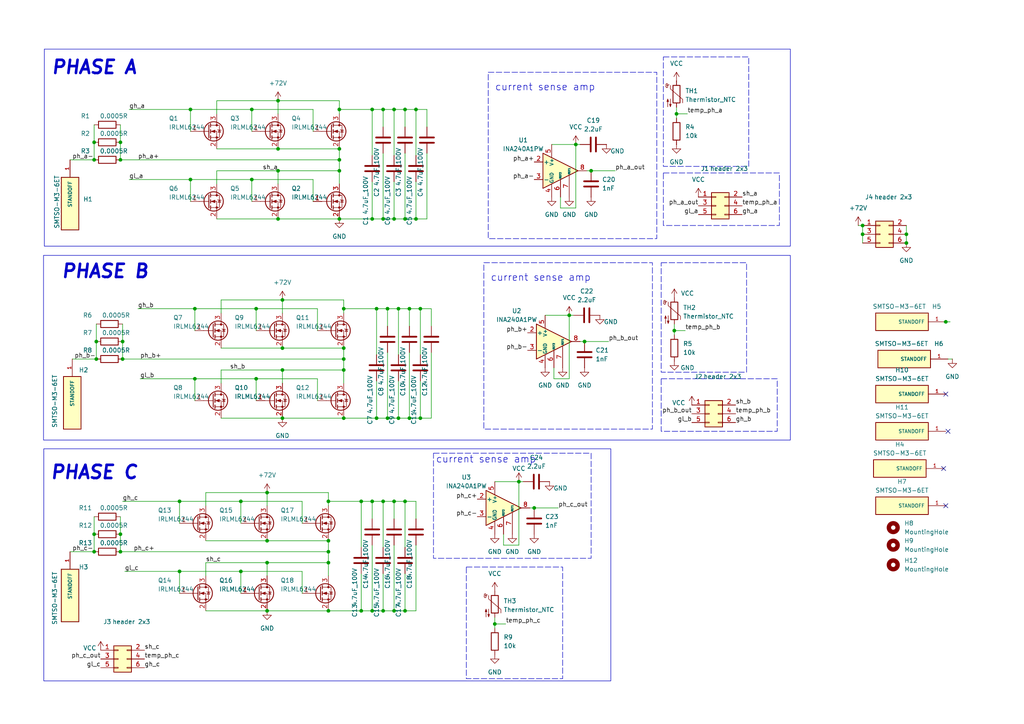
<source format=kicad_sch>
(kicad_sch (version 20231120) (generator "eeschema") (generator_version "8.0")
  (paper "A4")
  (lib_symbols
    (symbol "Amplifier_Current:INA240A1PW" (pin_names (offset 0.127))
      (property "Reference" "U" (at 3.81 3.81 0))
      (property "Value" "INA240A1PW" (at 3.81 -2.54 0))
      (symbol "INA240A1PW_1_1"
        (pin passive line (at -2.54 -7.62 90) (length 3.81) hide (name "GND") (number "1"))
        (pin input line (at -7.62 2.54 0) (length 2.54) (name "+") (number "2"))
        (pin input line (at -7.62 -2.54 0) (length 2.54) (name "-") (number "3"))
        (pin power_in line (at -2.54 -7.62 90) (length 3.81) (name "GND") (number "4"))
        (pin power_in line (at -2.54 7.62 270) (length 3.81) (name "V+") (number "5"))
        (pin passive line (at 0 -7.62 90) (length 5.08) (name "REF2") (number "6"))
        (pin passive line (at 2.54 -7.62 90) (length 6.35) (name "REF1") (number "7"))
        (pin output line (at 7.62 0 180) (length 2.54) (name "~") (number "8"))
      )
    )
    (symbol "Connector_Generic:Conn_02x03_Odd_Even" (pin_names (offset 1.016) hide)
      (property "Reference" "J" (at 1.27 5.08 0))
      (property "Value" "Conn_02x03_Odd_Even" (at 1.27 -5.08 0))
      (symbol "Conn_02x03_Odd_Even_1_1"
        (pin passive line (at -5.08 2.54 0) (length 3.81) (name "Pin_1") (number "1"))
        (pin passive line (at 7.62 2.54 180) (length 3.81) (name "Pin_2") (number "2"))
        (pin passive line (at -5.08 0 0) (length 3.81) (name "Pin_3") (number "3"))
        (pin passive line (at 7.62 0 180) (length 3.81) (name "Pin_4") (number "4"))
        (pin passive line (at -5.08 -2.54 0) (length 3.81) (name "Pin_5") (number "5"))
        (pin passive line (at 7.62 -2.54 180) (length 3.81) (name "Pin_6") (number "6"))
      )
    )
    (symbol "Device:C" (pin_numbers hide) (pin_names (offset 0.254))
      (property "Reference" "C" (at 0.635 2.54 0))
      (property "Value" "C" (at 0.635 -2.54 0))
      (symbol "C_1_1"
        (pin passive line (at 0 3.81 270) (length 2.794) (name "~") (number "1"))
        (pin passive line (at 0 -3.81 90) (length 2.794) (name "~") (number "2"))
      )
    )
    (symbol "Device:R" (pin_numbers hide) (pin_names (offset 0))
      (property "Reference" "R" (at 2.032 0 90))
      (property "Value" "R" (at 0 0 90))
      (symbol "R_1_1"
        (pin passive line (at 0 3.81 270) (length 1.27) (name "~") (number "1"))
        (pin passive line (at 0 -3.81 90) (length 1.27) (name "~") (number "2"))
      )
    )
    (symbol "Device:Thermistor_NTC" (pin_numbers hide) (pin_names (offset 0))
      (property "Reference" "TH" (at -4.445 0 90))
      (property "Value" "Thermistor_NTC" (at 3.175 0 90))
      (symbol "Thermistor_NTC_1_1"
        (pin passive line (at 0 3.81 270) (length 1.27) (name "~") (number "1"))
        (pin passive line (at 0 -3.81 90) (length 1.27) (name "~") (number "2"))
      )
    )
    (symbol "Mechanical:MountingHole" (pin_names (offset 1.016)) (exclude_from_sim yes) (in_bom no)
      (property "Reference" "H" (at 0 5.08 0))
      (property "Value" "MountingHole" (at 0 3.175 0))
    )
    (symbol "SMTSO-M3-6ET:SMTSO-M3-6ET" (pin_names (offset 1.016))
      (property "Reference" "H" (at -7.62 3.175 0))
      (property "Value" "SMTSO-M3-6ET" (at -7.62 -5.08 0))
      (symbol "SMTSO-M3-6ET_0_0"
        (pin passive line (at -12.7 0 0) (length 5.08) (name "STANDOFF") (number "1"))
      )
    )
    (symbol "Transistor_FET:IRLML6244" (pin_names hide)
      (property "Reference" "Q" (at 5.08 1.905 0))
      (property "Value" "IRLML6244" (at 5.08 0 0))
      (symbol "IRLML6244_1_1"
        (pin input line (at -5.08 0 0) (length 2.54) (name "G") (number "1"))
        (pin passive line (at 2.54 -5.08 90) (length 2.54) (name "S") (number "2"))
        (pin passive line (at 2.54 5.08 270) (length 2.54) (name "D") (number "3"))
      )
    )
    (symbol "power:GND" (power) (pin_numbers hide) (pin_names (offset 0) hide)
      (property "Value" "GND" (at 0 -3.81 0))
      (symbol "GND_1_1"
        (pin power_in line (at 0 0 270) (length 0) (name "~") (number "1"))
      )
    )
    (symbol "power:VCC" (power) (pin_numbers hide) (pin_names (offset 0) hide)
      (property "Value" "VCC" (at 0 3.556 0))
      (symbol "VCC_1_1"
        (pin power_in line (at 0 0 90) (length 0) (name "~") (number "1"))
      )
    )
  )
  (junction (at 27.305 46.355))
  (junction (at 34.925 154.94))
  (junction (at 111.125 31.75))
  (junction (at 27.305 154.94))
  (junction (at 118.745 121.285))
  (junction (at 80.645 63.5))
  (junction (at 114.3 145.415))
  (junction (at 104.775 145.415))
  (junction (at 98.425 63.5))
  (junction (at 99.695 100.965))
  (junction (at 120.65 31.75))
  (junction (at 150.495 139.7))
  (junction (at 81.915 121.285))
  (junction (at 262.89 67.945))
  (junction (at 117.475 63.5))
  (junction (at 95.25 163.195))
  (junction (at 77.47 156.845))
  (junction (at 69.85 145.415))
  (junction (at 111.125 145.415))
  (junction (at 114.3 63.5))
  (junction (at 27.94 104.14))
  (junction (at 196.215 33.02))
  (junction (at 114.3 177.165))
  (junction (at 115.57 89.535))
  (junction (at 73.025 52.07))
  (junction (at 262.89 70.485))
  (junction (at 107.95 145.415))
  (junction (at 274.32 93.345))
  (junction (at 99.695 89.535))
  (junction (at 120.65 63.5))
  (junction (at 99.695 104.14))
  (junction (at 55.245 52.07))
  (junction (at 143.51 180.975))
  (junction (at 250.19 65.405))
  (junction (at 98.425 43.18))
  (junction (at 52.07 145.415))
  (junction (at 250.19 67.945))
  (junction (at 99.695 107.315))
  (junction (at 34.925 46.355))
  (junction (at 74.295 109.855))
  (junction (at 98.425 31.75))
  (junction (at 81.915 100.965))
  (junction (at 98.425 49.53))
  (junction (at 169.545 99.06))
  (junction (at 27.94 99.06))
  (junction (at 111.125 177.165))
  (junction (at 99.695 121.285))
  (junction (at 35.56 104.14))
  (junction (at 117.475 31.75))
  (junction (at 107.95 177.165))
  (junction (at 167.005 41.91))
  (junction (at 95.25 156.845))
  (junction (at 165.1 91.44))
  (junction (at 77.47 142.875))
  (junction (at 34.925 41.275))
  (junction (at 35.56 99.06))
  (junction (at 95.25 160.02))
  (junction (at 117.475 145.415))
  (junction (at 107.95 31.75))
  (junction (at 121.92 121.285))
  (junction (at 98.425 46.355))
  (junction (at 121.92 89.535))
  (junction (at 74.295 89.535))
  (junction (at 195.58 95.885))
  (junction (at 114.3 31.75))
  (junction (at 27.305 160.02))
  (junction (at 154.94 147.32))
  (junction (at 117.475 177.165))
  (junction (at 55.245 31.75))
  (junction (at 56.515 89.535))
  (junction (at 118.745 89.535))
  (junction (at 109.22 121.285))
  (junction (at 107.95 63.5))
  (junction (at 77.47 163.195))
  (junction (at 34.925 160.02))
  (junction (at 81.915 107.315))
  (junction (at 112.395 121.285))
  (junction (at 69.85 165.735))
  (junction (at 109.22 89.535))
  (junction (at 112.395 89.535))
  (junction (at 80.645 43.18))
  (junction (at 27.305 41.275))
  (junction (at 111.125 63.5))
  (junction (at 95.25 177.165))
  (junction (at 80.645 29.21))
  (junction (at 95.25 145.415))
  (junction (at 77.47 177.165))
  (junction (at 81.915 86.995))
  (junction (at 73.025 31.75))
  (junction (at 115.57 121.285))
  (junction (at 52.07 165.735))
  (junction (at 56.515 109.855))
  (junction (at 80.645 49.53))
  (junction (at 104.775 177.165))
  (junction (at 171.45 49.53))
  (no_connect (at 274.32 146.685))
  (no_connect (at 274.32 114.3))
  (no_connect (at 274.955 125.095))
  (no_connect (at 273.685 135.89))
  (wire (pts (xy 27.305 149.86) (xy 27.305 154.94)))
  (wire (pts (xy 80.645 43.18) (xy 98.425 43.18)))
  (wire (pts (xy 274.32 93.345) (xy 275.59 93.345)))
  (wire (pts (xy 99.695 107.315) (xy 99.695 111.125)))
  (wire (pts (xy 98.425 29.21) (xy 98.425 31.75)))
  (wire (pts (xy 118.745 102.235) (xy 118.745 121.285)))
  (wire (pts (xy 81.915 86.995) (xy 81.915 90.805)))
  (wire (pts (xy 120.65 145.415) (xy 117.475 145.415)))
  (wire (pts (xy 59.69 156.845) (xy 77.47 156.845)))
  (wire (pts (xy 56.515 109.855) (xy 74.295 109.855)))
  (wire (pts (xy 20.32 46.355) (xy 27.305 46.355)))
  (wire (pts (xy 80.645 49.53) (xy 80.645 53.34)))
  (wire (pts (xy 199.39 33.02) (xy 196.215 33.02)))
  (wire (pts (xy 99.695 89.535) (xy 99.695 90.805)))
  (wire (pts (xy 34.925 149.86) (xy 34.925 154.94)))
  (wire (pts (xy 125.095 89.535) (xy 121.92 89.535)))
  (wire (pts (xy 35.56 104.14) (xy 99.695 104.14)))
  (wire (pts (xy 40.005 89.535) (xy 56.515 89.535)))
  (wire (pts (xy 115.57 121.285) (xy 118.745 121.285)))
  (wire (pts (xy 111.125 36.83) (xy 111.125 31.75)))
  (wire (pts (xy 120.65 31.75) (xy 117.475 31.75)))
  (wire (pts (xy 160.02 41.91) (xy 167.005 41.91)))
  (wire (pts (xy 95.25 156.845) (xy 95.25 160.02)))
  (wire (pts (xy 114.3 145.415) (xy 111.125 145.415)))
  (wire (pts (xy 34.925 36.195) (xy 34.925 41.275)))
  (wire (pts (xy 273.685 93.345) (xy 274.32 93.345)))
  (wire (pts (xy 62.865 43.18) (xy 80.645 43.18)))
  (wire (pts (xy 123.825 31.75) (xy 120.65 31.75)))
  (wire (pts (xy 77.47 177.165) (xy 95.25 177.165)))
  (wire (pts (xy 73.025 52.07) (xy 90.805 52.07)))
  (wire (pts (xy 166.37 91.44) (xy 165.1 91.44)))
  (wire (pts (xy 107.95 52.705) (xy 107.95 63.5)))
  (wire (pts (xy 150.495 139.7) (xy 150.495 158.115)))
  (wire (pts (xy 95.25 160.02) (xy 95.25 163.195)))
  (wire (pts (xy 74.295 89.535) (xy 92.075 89.535)))
  (wire (pts (xy 250.19 67.945) (xy 250.19 70.485)))
  (wire (pts (xy 120.65 158.115) (xy 120.65 177.165)))
  (wire (pts (xy 80.645 29.21) (xy 98.425 29.21)))
  (wire (pts (xy 143.51 180.975) (xy 143.51 179.07)))
  (wire (pts (xy 111.125 63.5) (xy 114.3 63.5)))
  (wire (pts (xy 165.1 91.44) (xy 165.1 109.855)))
  (wire (pts (xy 62.865 63.5) (xy 80.645 63.5)))
  (wire (pts (xy 151.765 139.7) (xy 150.495 139.7)))
  (wire (pts (xy 80.645 49.53) (xy 98.425 49.53)))
  (wire (pts (xy 64.135 107.315) (xy 81.915 107.315)))
  (wire (pts (xy 196.215 33.02) (xy 196.215 31.115)))
  (wire (pts (xy 262.89 65.405) (xy 262.89 67.945)))
  (wire (pts (xy 143.51 182.245) (xy 143.51 180.975)))
  (wire (pts (xy 81.915 86.995) (xy 99.695 86.995)))
  (wire (pts (xy 143.51 139.7) (xy 150.495 139.7)))
  (wire (pts (xy 95.25 142.875) (xy 95.25 145.415)))
  (wire (pts (xy 178.435 49.53) (xy 171.45 49.53)))
  (wire (pts (xy 114.3 177.165) (xy 117.475 177.165)))
  (wire (pts (xy 77.47 163.195) (xy 95.25 163.195)))
  (wire (pts (xy 195.58 95.885) (xy 195.58 93.98)))
  (wire (pts (xy 52.07 145.415) (xy 69.85 145.415)))
  (wire (pts (xy 104.775 166.37) (xy 104.775 177.165)))
  (wire (pts (xy 276.225 104.14) (xy 274.955 104.14)))
  (wire (pts (xy 111.125 166.37) (xy 111.125 177.165)))
  (wire (pts (xy 99.695 100.965) (xy 99.695 104.14)))
  (wire (pts (xy 117.475 31.75) (xy 117.475 36.83)))
  (wire (pts (xy 114.3 145.415) (xy 114.3 150.495)))
  (wire (pts (xy 92.075 89.535) (xy 92.075 95.885)))
  (wire (pts (xy 69.85 145.415) (xy 87.63 145.415)))
  (wire (pts (xy 59.69 163.195) (xy 59.69 167.005)))
  (wire (pts (xy 80.645 29.21) (xy 80.645 33.02)))
  (wire (pts (xy 77.47 142.875) (xy 77.47 146.685)))
  (wire (pts (xy 20.955 104.14) (xy 27.94 104.14)))
  (wire (pts (xy 121.92 102.87) (xy 121.92 89.535)))
  (wire (pts (xy 112.395 94.615) (xy 112.395 89.535)))
  (wire (pts (xy 34.925 46.355) (xy 98.425 46.355)))
  (wire (pts (xy 99.695 104.14) (xy 99.695 107.315)))
  (wire (pts (xy 27.305 36.195) (xy 27.305 41.275)))
  (wire (pts (xy 114.3 31.75) (xy 111.125 31.75)))
  (wire (pts (xy 52.07 165.735) (xy 69.85 165.735)))
  (wire (pts (xy 176.53 99.06) (xy 169.545 99.06)))
  (wire (pts (xy 95.25 177.165) (xy 104.775 177.165)))
  (wire (pts (xy 117.475 31.75) (xy 114.3 31.75)))
  (wire (pts (xy 56.515 109.855) (xy 56.515 116.205)))
  (wire (pts (xy 20.32 160.02) (xy 27.305 160.02)))
  (wire (pts (xy 162.56 60.325) (xy 162.56 57.15)))
  (wire (pts (xy 111.125 145.415) (xy 107.95 145.415)))
  (wire (pts (xy 34.925 154.94) (xy 34.925 160.02)))
  (wire (pts (xy 111.125 145.415) (xy 111.125 158.75)))
  (wire (pts (xy 146.685 180.975) (xy 143.51 180.975)))
  (wire (pts (xy 69.85 145.415) (xy 69.85 151.765)))
  (wire (pts (xy 98.425 43.18) (xy 98.425 46.355)))
  (wire (pts (xy 112.395 89.535) (xy 109.22 89.535)))
  (wire (pts (xy 114.3 63.5) (xy 117.475 63.5)))
  (wire (pts (xy 114.3 31.75) (xy 114.3 45.085)))
  (wire (pts (xy 99.695 89.535) (xy 109.22 89.535)))
  (wire (pts (xy 109.22 110.49) (xy 109.22 121.285)))
  (wire (pts (xy 104.775 177.165) (xy 107.95 177.165)))
  (wire (pts (xy 69.85 165.735) (xy 69.85 172.085)))
  (wire (pts (xy 55.245 52.07) (xy 55.245 58.42)))
  (wire (pts (xy 160.655 109.855) (xy 160.655 106.68)))
  (wire (pts (xy 248.92 65.405) (xy 250.19 65.405)))
  (wire (pts (xy 74.295 89.535) (xy 74.295 95.885)))
  (wire (pts (xy 74.295 109.855) (xy 92.075 109.855)))
  (wire (pts (xy 107.95 145.415) (xy 104.775 145.415)))
  (wire (pts (xy 64.135 121.285) (xy 81.915 121.285)))
  (wire (pts (xy 162.56 60.325) (xy 167.005 60.325)))
  (wire (pts (xy 95.25 145.415) (xy 104.775 145.415)))
  (wire (pts (xy 35.56 145.415) (xy 52.07 145.415)))
  (wire (pts (xy 146.05 158.115) (xy 146.05 154.94)))
  (wire (pts (xy 107.95 63.5) (xy 98.425 63.5)))
  (wire (pts (xy 55.245 52.07) (xy 73.025 52.07)))
  (wire (pts (xy 111.125 177.165) (xy 114.3 177.165)))
  (wire (pts (xy 98.425 46.355) (xy 98.425 49.53)))
  (wire (pts (xy 95.25 163.195) (xy 95.25 167.005)))
  (wire (pts (xy 125.095 121.285) (xy 121.92 121.285)))
  (wire (pts (xy 171.45 49.53) (xy 170.18 49.53)))
  (wire (pts (xy 99.695 121.285) (xy 109.22 121.285)))
  (wire (pts (xy 81.915 100.965) (xy 99.695 100.965)))
  (wire (pts (xy 77.47 156.845) (xy 95.25 156.845)))
  (wire (pts (xy 36.195 165.735) (xy 52.07 165.735)))
  (wire (pts (xy 98.425 49.53) (xy 98.425 53.34)))
  (wire (pts (xy 59.69 177.165) (xy 77.47 177.165)))
  (wire (pts (xy 35.56 93.98) (xy 35.56 99.06)))
  (wire (pts (xy 55.245 31.75) (xy 73.025 31.75)))
  (wire (pts (xy 112.395 102.235) (xy 112.395 121.285)))
  (wire (pts (xy 27.305 41.275) (xy 27.305 46.355)))
  (wire (pts (xy 81.915 107.315) (xy 99.695 107.315)))
  (wire (pts (xy 34.925 160.02) (xy 95.25 160.02)))
  (wire (pts (xy 123.825 63.5) (xy 120.65 63.5)))
  (wire (pts (xy 104.775 145.415) (xy 104.775 158.75)))
  (wire (pts (xy 81.915 121.285) (xy 99.695 121.285)))
  (wire (pts (xy 120.65 45.085) (xy 120.65 31.75)))
  (wire (pts (xy 59.69 142.875) (xy 77.47 142.875)))
  (wire (pts (xy 117.475 145.415) (xy 114.3 145.415)))
  (wire (pts (xy 55.245 31.75) (xy 55.245 38.1)))
  (wire (pts (xy 114.3 158.115) (xy 114.3 177.165)))
  (wire (pts (xy 195.58 97.155) (xy 195.58 95.885)))
  (wire (pts (xy 120.65 150.495) (xy 120.65 145.415)))
  (wire (pts (xy 35.56 99.06) (xy 35.56 104.14)))
  (wire (pts (xy 158.115 91.44) (xy 165.1 91.44)))
  (wire (pts (xy 95.25 145.415) (xy 95.25 146.685)))
  (wire (pts (xy 107.95 31.75) (xy 107.95 45.085)))
  (wire (pts (xy 117.475 63.5) (xy 120.65 63.5)))
  (wire (pts (xy 121.92 121.285) (xy 121.92 110.49)))
  (wire (pts (xy 80.645 63.5) (xy 98.425 63.5)))
  (wire (pts (xy 90.805 52.07) (xy 90.805 58.42)))
  (wire (pts (xy 64.135 100.965) (xy 81.915 100.965)))
  (wire (pts (xy 107.95 177.165) (xy 111.125 177.165)))
  (wire (pts (xy 27.94 93.98) (xy 27.94 99.06)))
  (wire (pts (xy 196.215 34.29) (xy 196.215 33.02)))
  (wire (pts (xy 168.275 41.91) (xy 167.005 41.91)))
  (wire (pts (xy 64.135 86.995) (xy 64.135 90.805)))
  (wire (pts (xy 74.295 109.855) (xy 74.295 116.205)))
  (wire (pts (xy 62.865 49.53) (xy 62.865 53.34)))
  (wire (pts (xy 146.05 158.115) (xy 150.495 158.115)))
  (wire (pts (xy 34.925 41.275) (xy 34.925 46.355)))
  (wire (pts (xy 161.925 147.32) (xy 154.94 147.32)))
  (wire (pts (xy 81.915 107.315) (xy 81.915 111.125)))
  (wire (pts (xy 27.94 99.06) (xy 27.94 104.14)))
  (wire (pts (xy 111.125 44.45) (xy 111.125 63.5)))
  (wire (pts (xy 52.07 165.735) (xy 52.07 172.085)))
  (wire (pts (xy 262.89 67.945) (xy 262.89 70.485)))
  (wire (pts (xy 114.3 52.705) (xy 114.3 63.5)))
  (wire (pts (xy 118.745 89.535) (xy 118.745 94.615)))
  (wire (pts (xy 198.755 95.885) (xy 195.58 95.885)))
  (wire (pts (xy 125.095 102.235) (xy 125.095 121.285)))
  (wire (pts (xy 169.545 99.06) (xy 168.275 99.06)))
  (wire (pts (xy 167.005 41.91) (xy 167.005 60.325)))
  (wire (pts (xy 27.305 154.94) (xy 27.305 160.02)))
  (wire (pts (xy 123.825 44.45) (xy 123.825 63.5)))
  (wire (pts (xy 107.95 158.115) (xy 107.95 177.165)))
  (wire (pts (xy 109.22 121.285) (xy 112.395 121.285)))
  (wire (pts (xy 117.475 177.165) (xy 117.475 166.37)))
  (wire (pts (xy 62.865 29.21) (xy 62.865 33.02)))
  (wire (pts (xy 112.395 121.285) (xy 115.57 121.285)))
  (wire (pts (xy 59.69 142.875) (xy 59.69 146.685)))
  (wire (pts (xy 64.135 86.995) (xy 81.915 86.995)))
  (wire (pts (xy 250.19 65.405) (xy 250.19 67.945)))
  (wire (pts (xy 90.805 31.75) (xy 90.805 38.1)))
  (wire (pts (xy 73.025 52.07) (xy 73.025 58.42)))
  (wire (pts (xy 62.865 29.21) (xy 80.645 29.21)))
  (wire (pts (xy 73.025 31.75) (xy 90.805 31.75)))
  (wire (pts (xy 77.47 142.875) (xy 95.25 142.875)))
  (wire (pts (xy 125.095 94.615) (xy 125.095 89.535)))
  (wire (pts (xy 120.65 63.5) (xy 120.65 52.705)))
  (wire (pts (xy 121.92 89.535) (xy 118.745 89.535)))
  (wire (pts (xy 56.515 89.535) (xy 56.515 95.885)))
  (wire (pts (xy 87.63 145.415) (xy 87.63 151.765)))
  (wire (pts (xy 37.465 52.07) (xy 55.245 52.07)))
  (wire (pts (xy 115.57 89.535) (xy 115.57 102.87)))
  (wire (pts (xy 115.57 110.49) (xy 115.57 121.285)))
  (wire (pts (xy 37.465 31.75) (xy 55.245 31.75)))
  (wire (pts (xy 123.825 36.83) (xy 123.825 31.75)))
  (wire (pts (xy 40.64 109.855) (xy 56.515 109.855)))
  (wire (pts (xy 77.47 163.195) (xy 77.47 167.005)))
  (wire (pts (xy 87.63 165.735) (xy 87.63 172.085)))
  (wire (pts (xy 99.695 86.995) (xy 99.695 89.535)))
  (wire (pts (xy 107.95 63.5) (xy 111.125 63.5)))
  (wire (pts (xy 120.65 177.165) (xy 117.475 177.165)))
  (wire (pts (xy 109.22 89.535) (xy 109.22 102.87)))
  (wire (pts (xy 118.745 121.285) (xy 121.92 121.285)))
  (wire (pts (xy 64.135 107.315) (xy 64.135 111.125)))
  (wire (pts (xy 118.745 89.535) (xy 115.57 89.535)))
  (wire (pts (xy 117.475 44.45) (xy 117.475 63.5)))
  (wire (pts (xy 160.655 109.855) (xy 165.1 109.855)))
  (wire (pts (xy 73.025 31.75) (xy 73.025 38.1)))
  (wire (pts (xy 56.515 89.535) (xy 74.295 89.535)))
  (wire (pts (xy 69.85 165.735) (xy 87.63 165.735)))
  (wire (pts (xy 98.425 31.75) (xy 98.425 33.02)))
  (wire (pts (xy 115.57 89.535) (xy 112.395 89.535)))
  (wire (pts (xy 111.125 31.75) (xy 107.95 31.75)))
  (wire (pts (xy 62.865 49.53) (xy 80.645 49.53)))
  (wire (pts (xy 52.07 145.415) (xy 52.07 151.765)))
  (wire (pts (xy 117.475 158.75) (xy 117.475 145.415)))
  (wire (pts (xy 154.94 147.32) (xy 153.67 147.32)))
  (wire (pts (xy 98.425 31.75) (xy 107.95 31.75)))
  (wire (pts (xy 92.075 109.855) (xy 92.075 116.205)))
  (wire (pts (xy 59.69 163.195) (xy 77.47 163.195)))
  (wire (pts (xy 107.95 150.495) (xy 107.95 145.415)))
  (rectangle (start -41.799 -166.2208) (end 222.361 -109.0708))
  (rectangle (start 192.405 16.51) (end 217.17 48.26) (stroke (width 0) (type dash)))
  (rectangle (start 140.335 76.2) (end 189.23 124.46) (stroke (width 0) (type dash)))
  (rectangle (start 141.605 20.955) (end 190.5 69.215) (stroke (width 0) (type dash)))
  (rectangle (start 135.255 164.465) (end 163.195 196.85) (stroke (width 0) (type dash)))
  (rectangle (start 192.405 50.165) (end 226.06 65.405) (stroke (width 0) (type dash)))
  (rectangle (start 12.6236 74.0796) (end 229.235 127.635))
  (rectangle (start 191.77 109.855) (end 225.425 125.095) (stroke (width 0) (type dash)))
  (rectangle (start 125.73 131.445) (end 171.45 161.925) (stroke (width 0) (type dash)))
  (rectangle (start 191.77 76.2) (end 216.535 107.95) (stroke (width 0) (type dash)))
  (rectangle (start 12.7 130.175) (end 177.165 197.485))
  (rectangle (start 12.8584 14.2454) (end 229.235 71.3954))
  (text "current sense amp" (at 140.97 133.35 0) (effects (font (size 2.032 2.032))))
  (text "PHASE A\n" (at 27.305 19.685 0) (effects (font (size 3.81 3.81) (thickness 0.762) (bold yes) (italic yes))))
  (text "PHASE B\n\n" (at 30.48 81.915 0) (effects (font (size 3.81 3.81) (thickness 0.762) (bold yes) (italic yes))))
  (text "PHASE C\n" (at 27.305 137.16 0) (effects (font (size 3.81 3.81) (thickness 0.762) (bold yes) (italic yes))))
  (text "current sense amp" (at 156.845 80.645 0) (effects (font (size 2.032 2.032))))
  (text "current sense amp" (at 158.115 25.4 0) (effects (font (size 2.032 2.032))))
  (label "temp_ph_a" (at 199.39 33.02 0))
  (label "ph_c_out" (at 161.925 147.32 0))
  (label "gl_c" (at 36.195 165.735 0))
  (label "sh_b" (at 66.675 107.315 0))
  (label "temp_ph_c" (at 41.91 191.135 0))
  (label "ph_a-" (at 20.955 46.355 0))
  (label "temp_ph_b" (at 213.36 120.015 0))
  (label "gh_c" (at 35.56 145.415 0))
  (label "gl_b" (at 40.64 109.855 0))
  (label "ph_c_out" (at 29.21 191.135 180))
  (label "sh_c" (at 41.91 188.595 0))
  (label "ph_c-" (at 138.43 149.86 180))
  (label "ph_a-" (at 154.94 52.07 180))
  (label "gl_a" (at 202.565 62.23 180))
  (label "temp_ph_b" (at 198.755 95.885 0))
  (label "gh_c" (at 41.91 193.675 0))
  (label "ph_a_out" (at 178.435 49.53 0))
  (label "ph_b_out" (at 200.66 120.015 180))
  (label "ph_a+" (at 40.005 46.355 0))
  (label "ph_b_out" (at 176.53 99.06 0))
  (label "ph_b+" (at 153.035 96.52 180))
  (label "ph_a_out" (at 202.565 59.69 180))
  (label "ph_c-" (at 20.955 160.02 0))
  (label "gh_b" (at 40.005 89.535 0))
  (label "gl_c" (at 29.21 193.675 180))
  (label "sh_a" (at 80.645 49.53 180))
  (label "sh_c" (at 59.69 163.195 0))
  (label "ph_b-" (at 153.035 101.6 180))
  (label "gh_b" (at 213.36 122.555 0))
  (label "gl_b" (at 200.66 122.555 180))
  (label "gl_a" (at 37.465 52.07 0))
  (label "sh_b" (at 213.36 117.475 0))
  (label "gh_a" (at 37.465 31.75 0))
  (label "temp_ph_c" (at 146.685 180.975 0))
  (label "ph_a+" (at 154.94 46.99 180))
  (label "ph_b+" (at 40.64 104.14 0))
  (label "ph_c+" (at 38.735 160.02 0))
  (label "ph_c+" (at 138.43 144.78 180))
  (label "temp_ph_a" (at 215.265 59.69 0))
  (label "ph_b-" (at 21.59 104.14 0))
  (label "sh_a" (at 215.265 57.15 0))
  (label "gh_a" (at 215.265 62.23 0))
  (symbol (lib_id "Device:C") (at 117.475 40.64 0) (unit 1)
    (property "Reference" "C3" (at 115.5699 57.15 90) (effects (justify left)))
    (property "Value" "4.7uF_100V" (at 115.57 53.975 90) (effects (justify left)))
    (property "Footprint" "Capacitor_SMD:C_1210_3225Metric_Pad1.33x2.70mm_HandSolder" (effects (hide yes)))
    (property "Description" "Unpolarized capacitor" (effects (hide yes)))
    (property "LCSC" "C697607" (effects (hide yes)))
  )
  (symbol (lib_id "power:GND") (at 158.115 106.68 0) (unit 1)
    (property "Reference" "#PWR014" (effects (hide yes)))
    (property "Value" "GND" (at 158.115 111.76 0))
    (property "Description" "Power symbol creates a global label with name \"GND\" , ground" (effects (hide yes)))
  )
  (symbol (lib_id "Transistor_FET:IRLML6244") (at 57.15 172.085 0) (unit 1)
    (property "Reference" "Q14" (at 45.794 168.339 0) (effects (justify left)))
    (property "Value" "IRLML6244" (at 45.794 170.879 0) (effects (justify left)))
    (property "Footprint" "Package_TO_SOT_SMD:Infineon_PG-HSOF-8-1" (effects (hide yes)))
    (property "Datasheet" "https://www.infineon.com/dgdl/Infineon-IRLML6244-DataSheet-v01_01-EN.pdf?fileId=5546d462533600a4015356686fed261f" (effects (hide yes)))
    (property "Description" "6.3A Id, 20V Vds, 21mOhm Rds, N-Channel StrongIRFET Power MOSFET, SOT-23" (effects (hide yes)))
    (property "LCSC" "C697607" (effects (hide yes)))
  )
  (symbol (lib_id "SMTSO-M3-6ET:SMTSO-M3-6ET") (at 262.255 104.14 180) (unit 1)
    (property "Reference" "H6" (at 273.685 99.695 0) (effects (justify left)))
    (property "Value" "SMTSO-M3-6ET" (at 269.24 99.695 0) (effects (justify left)))
    (property "Footprint" "SMTSO-M3-6ET:PEM_SMTSO-M3-6ET" (effects (hide yes)))
    (property "MF" "PEM" (effects (hide yes)))
    (property "MAXIMUM_PACKAGE_HEIGHT" "6.13 mm" (effects (hide yes)))
    (property "Package" "None" (effects (hide yes)))
    (property "Price" "None" (effects (hide yes)))
    (property "Check_prices" "https://www.snapeda.com/parts/SMTSO-M3-6ET/PEM/view-part/?ref=eda" (effects (hide yes)))
    (property "STANDARD" "Manufacturer Recommendations" (effects (hide yes)))
    (property "PARTREV" "11/27/23" (effects (hide yes)))
    (property "SnapEDA_Link" "https://www.snapeda.com/parts/SMTSO-M3-6ET/PEM/view-part/?ref=snap" (effects (hide yes)))
    (property "MP" "SMTSO-M3-6ET" (effects (hide yes)))
    (property "Description_1" "\n                        \n                            Standoffs & Spacers SURFACE MOUNT STANDOFF, M3\n                        \n" (effects (hide yes)))
    (property "Availability" "In Stock" (effects (hide yes)))
    (property "MANUFACTURER" "PEM" (effects (hide yes)))
    (property "LCSC" "C30182787 " (effects (hide yes)))
  )
  (symbol (lib_id "Device:R") (at 31.115 36.195 90) (unit 1)
    (property "Reference" "R1" (at 24.765 33.655 90))
    (property "Value" "0.0005R" (at 33.02 33.655 90))
    (property "Footprint" "Resistor_SMD:R_2512_6332Metric" (effects (hide yes)))
    (property "Description" "Resistor" (effects (hide yes)))
    (property "LCSC" "C5119469" (effects (hide yes)))
  )
  (symbol (lib_id "Transistor_FET:IRLML6244") (at 78.105 38.1 0) (unit 1)
    (property "Reference" "Q3" (at 66.749 34.354 0) (effects (justify left)))
    (property "Value" "IRLML6244" (at 66.749 36.894 0) (effects (justify left)))
    (property "Footprint" "Package_TO_SOT_SMD:Infineon_PG-HSOF-8-1" (effects (hide yes)))
    (property "Datasheet" "https://www.infineon.com/dgdl/Infineon-IRLML6244-DataSheet-v01_01-EN.pdf?fileId=5546d462533600a4015356686fed261f" (effects (hide yes)))
    (property "Description" "6.3A Id, 20V Vds, 21mOhm Rds, N-Channel StrongIRFET Power MOSFET, SOT-23" (effects (hide yes)))
    (property "LCSC" "C697607" (effects (hide yes)))
  )
  (symbol (lib_id "power:VCC") (at 248.92 65.405 0) (unit 1)
    (property "Reference" "#PWR07" (effects (hide yes)))
    (property "Value" "+72V" (at 248.92 60.325 0))
    (property "Description" "Power symbol creates a global label with name \"VCC\"" (effects (hide yes)))
  )
  (symbol (lib_id "Connector_Generic:Conn_02x03_Odd_Even") (at 255.27 67.945 0) (unit 1)
    (property "Reference" "J4" (at 252.095 57.15 0))
    (property "Value" "header 2x3" (at 259.08 57.15 0))
    (property "Footprint" "Connector_PinHeader_2.54mm:PinHeader_2x03_P2.54mm_Vertical_SMD" (effects (hide yes)))
    (property "Description" "Generic connector, double row, 02x03, odd/even pin numbering scheme (row 1 odd numbers, row 2 even numbers), script generated (kicad-library-utils/schlib/autogen/connector/)" (effects (hide yes)))
    (property "LCSC" "C192301 " (effects (hide yes)))
  )
  (symbol (lib_id "Device:C") (at 107.95 154.305 0) (unit 1)
    (property "Reference" "C14" (at 106.0449 170.815 90) (effects (justify left)))
    (property "Value" "4.7uF_100V" (at 106.045 167.64 90) (effects (justify left)))
    (property "Footprint" "Capacitor_SMD:C_1210_3225Metric_Pad1.33x2.70mm_HandSolder" (effects (hide yes)))
    (property "Description" "Unpolarized capacitor" (effects (hide yes)))
    (property "LCSC" "C697607" (effects (hide yes)))
  )
  (symbol (lib_id "Device:C") (at 109.22 106.68 0) (unit 1)
    (property "Reference" "C7" (at 107.3149 123.19 90) (effects (justify left)))
    (property "Value" "4.7uF_100V" (at 107.315 120.015 90) (effects (justify left)))
    (property "Footprint" "Capacitor_SMD:C_1210_3225Metric_Pad1.33x2.70mm_HandSolder" (effects (hide yes)))
    (property "Description" "Unpolarized capacitor" (effects (hide yes)))
    (property "LCSC" "C697607" (effects (hide yes)))
  )
  (symbol (lib_id "Device:C") (at 171.45 53.34 180) (unit 1)
    (property "Reference" "C20" (at 174.625 52.0699 0) (effects (justify right)))
    (property "Value" "1nF" (at 174.625 54.6099 0) (effects (justify right)))
    (property "Footprint" "Capacitor_SMD:C_0402_1005Metric" (effects (hide yes)))
    (property "Description" "Unpolarized capacitor" (effects (hide yes)))
    (property "LCSC" "C106205" (effects (hide yes)))
  )
  (symbol (lib_id "Device:R") (at 31.115 46.355 90) (unit 1)
    (property "Reference" "R3" (at 24.765 43.815 90))
    (property "Value" "0.0005R" (at 33.02 43.815 90))
    (property "Footprint" "Resistor_SMD:R_2512_6332Metric" (effects (hide yes)))
    (property "Description" "Resistor" (effects (hide yes)))
    (property "LCSC" "C5119469" (effects (hide yes)))
  )
  (symbol (lib_id "power:GND") (at 163.195 106.68 0) (unit 1)
    (property "Reference" "#PWR015" (effects (hide yes)))
    (property "Value" "GND" (at 163.195 111.76 0))
    (property "Description" "Power symbol creates a global label with name \"GND\" , ground" (effects (hide yes)))
  )
  (symbol (lib_id "Device:C") (at 111.125 162.56 0) (unit 1)
    (property "Reference" "C15" (at 109.2199 179.07 90) (effects (justify left)))
    (property "Value" "4.7uF_100V" (at 109.22 175.895 90) (effects (justify left)))
    (property "Footprint" "Capacitor_SMD:C_1210_3225Metric_Pad1.33x2.70mm_HandSolder" (effects (hide yes)))
    (property "Description" "Unpolarized capacitor" (effects (hide yes)))
    (property "LCSC" "C697607" (effects (hide yes)))
  )
  (symbol (lib_id "Transistor_FET:IRLML6244") (at 97.155 95.885 0) (unit 1)
    (property "Reference" "Q11" (at 85.799 92.139 0) (effects (justify left)))
    (property "Value" "IRLML6244" (at 85.799 94.679 0) (effects (justify left)))
    (property "Footprint" "Package_TO_SOT_SMD:Infineon_PG-HSOF-8-1" (effects (hide yes)))
    (property "Datasheet" "https://www.infineon.com/dgdl/Infineon-IRLML6244-DataSheet-v01_01-EN.pdf?fileId=5546d462533600a4015356686fed261f" (effects (hide yes)))
    (property "Description" "6.3A Id, 20V Vds, 21mOhm Rds, N-Channel StrongIRFET Power MOSFET, SOT-23" (effects (hide yes)))
    (property "LCSC" "C697607" (effects (hide yes)))
  )
  (symbol (lib_id "power:VCC") (at 167.005 41.91 0) (unit 1)
    (property "Reference" "#PWR013" (effects (hide yes)))
    (property "Value" "VCC" (at 167.005 36.83 0))
    (property "Description" "Power symbol creates a global label with name \"VCC\"" (effects (hide yes)))
  )
  (symbol (lib_id "power:VCC") (at 77.47 142.875 0) (unit 1)
    (property "Reference" "#PWR06" (effects (hide yes)))
    (property "Value" "+72V" (at 77.47 137.795 0))
    (property "Description" "Power symbol creates a global label with name \"VCC\"" (effects (hide yes)))
  )
  (symbol (lib_id "Device:R") (at 31.75 99.06 90) (unit 1)
    (property "Reference" "R7" (at 25.4 96.52 90))
    (property "Value" "0.0005R" (at 33.655 96.52 90))
    (property "Footprint" "Resistor_SMD:R_2512_6332Metric" (effects (hide yes)))
    (property "Description" "Resistor" (effects (hide yes)))
    (property "LCSC" "C5119469" (effects (hide yes)))
  )
  (symbol (lib_id "power:GND") (at 143.51 154.94 0) (unit 1)
    (property "Reference" "#PWR019" (effects (hide yes)))
    (property "Value" "GND" (at 143.51 160.02 0))
    (property "Description" "Power symbol creates a global label with name \"GND\" , ground" (effects (hide yes)))
  )
  (symbol (lib_id "Transistor_FET:IRLML6244") (at 61.595 95.885 0) (unit 1)
    (property "Reference" "Q7" (at 50.239 92.139 0) (effects (justify left)))
    (property "Value" "IRLML6244" (at 50.239 94.679 0) (effects (justify left)))
    (property "Footprint" "Package_TO_SOT_SMD:Infineon_PG-HSOF-8-1" (effects (hide yes)))
    (property "Datasheet" "https://www.infineon.com/dgdl/Infineon-IRLML6244-DataSheet-v01_01-EN.pdf?fileId=5546d462533600a4015356686fed261f" (effects (hide yes)))
    (property "Description" "6.3A Id, 20V Vds, 21mOhm Rds, N-Channel StrongIRFET Power MOSFET, SOT-23" (effects (hide yes)))
    (property "LCSC" "C697607" (effects (hide yes)))
  )
  (symbol (lib_id "Device:C") (at 118.745 98.425 0) (unit 1)
    (property "Reference" "C10" (at 116.8399 114.935 90) (effects (justify left)))
    (property "Value" "4.7uF_100V" (at 116.84 111.76 90) (effects (justify left)))
    (property "Footprint" "Capacitor_SMD:C_1210_3225Metric_Pad1.33x2.70mm_HandSolder" (effects (hide yes)))
    (property "Description" "Unpolarized capacitor" (effects (hide yes)))
    (property "LCSC" "C697607" (effects (hide yes)))
  )
  (symbol (lib_id "power:VCC") (at 195.58 86.36 0) (unit 1)
    (property "Reference" "#PWR029" (effects (hide yes)))
    (property "Value" "VCC" (at 199.39 85.09 0))
    (property "Description" "Power symbol creates a global label with name \"VCC\"" (effects (hide yes)))
  )
  (symbol (lib_id "Transistor_FET:IRLML6244") (at 92.71 151.765 0) (unit 1)
    (property "Reference" "Q17" (at 81.354 148.019 0) (effects (justify left)))
    (property "Value" "IRLML6244" (at 81.354 150.559 0) (effects (justify left)))
    (property "Footprint" "Package_TO_SOT_SMD:Infineon_PG-HSOF-8-1" (effects (hide yes)))
    (property "Datasheet" "https://www.infineon.com/dgdl/Infineon-IRLML6244-DataSheet-v01_01-EN.pdf?fileId=5546d462533600a4015356686fed261f" (effects (hide yes)))
    (property "Description" "6.3A Id, 20V Vds, 21mOhm Rds, N-Channel StrongIRFET Power MOSFET, SOT-23" (effects (hide yes)))
    (property "LCSC" "C697607" (effects (hide yes)))
  )
  (symbol (lib_id "power:GND") (at 81.915 121.285 0) (unit 1)
    (property "Reference" "#PWR08" (effects (hide yes)))
    (property "Value" "GND" (at 81.915 126.365 0))
    (property "Description" "Power symbol creates a global label with name \"GND\" , ground" (effects (hide yes)))
  )
  (symbol (lib_id "Transistor_FET:IRLML6244") (at 60.325 38.1 0) (unit 1)
    (property "Reference" "Q1" (at 48.969 34.354 0) (effects (justify left)))
    (property "Value" "IRLML6244" (at 48.969 36.894 0) (effects (justify left)))
    (property "Footprint" "Package_TO_SOT_SMD:Infineon_PG-HSOF-8-1" (effects (hide yes)))
    (property "Datasheet" "https://www.infineon.com/dgdl/Infineon-IRLML6244-DataSheet-v01_01-EN.pdf?fileId=5546d462533600a4015356686fed261f" (effects (hide yes)))
    (property "Description" "6.3A Id, 20V Vds, 21mOhm Rds, N-Channel StrongIRFET Power MOSFET, SOT-23" (effects (hide yes)))
    (property "LCSC" "C697607" (effects (hide yes)))
  )
  (symbol (lib_id "power:GND") (at 159.385 139.7 0) (unit 1)
    (property "Reference" "#PWR023" (effects (hide yes)))
    (property "Value" "GND" (at 162.56 141.605 0))
    (property "Description" "Power symbol creates a global label with name \"GND\" , ground" (effects (hide yes)))
  )
  (symbol (lib_id "power:GND") (at 77.47 177.165 0) (unit 1)
    (property "Reference" "#PWR012" (effects (hide yes)))
    (property "Value" "GND" (at 77.47 182.245 0))
    (property "Description" "Power symbol creates a global label with name \"GND\" , ground" (effects (hide yes)))
  )
  (symbol (lib_id "Device:C") (at 115.57 106.68 0) (unit 1)
    (property "Reference" "C9" (at 113.6649 123.19 90) (effects (justify left)))
    (property "Value" "4.7uF_100V" (at 113.665 120.015 90) (effects (justify left)))
    (property "Footprint" "Capacitor_SMD:C_1210_3225Metric_Pad1.33x2.70mm_HandSolder" (effects (hide yes)))
    (property "Description" "Unpolarized capacitor" (effects (hide yes)))
    (property "LCSC" "C697607" (effects (hide yes)))
  )
  (symbol (lib_id "Device:R") (at 143.51 186.055 0) (unit 1)
    (property "Reference" "R9" (at 146.05 184.7849 0) (effects (justify left)))
    (property "Value" "10k" (at 146.05 187.3249 0) (effects (justify left)))
    (property "Footprint" "Resistor_SMD:R_0402_1005Metric" (effects (hide yes)))
    (property "Description" "Resistor" (effects (hide yes)))
    (property "LCSC" "C60490" (effects (hide yes)))
  )
  (symbol (lib_id "Device:C") (at 120.65 154.305 0) (unit 1)
    (property "Reference" "C18" (at 118.7449 170.815 90) (effects (justify left)))
    (property "Value" "4.7uF_100V" (at 118.745 167.64 90) (effects (justify left)))
    (property "Footprint" "Capacitor_SMD:C_1210_3225Metric_Pad1.33x2.70mm_HandSolder" (effects (hide yes)))
    (property "Description" "Unpolarized capacitor" (effects (hide yes)))
    (property "LCSC" "C697607" (effects (hide yes)))
  )
  (symbol (lib_id "Transistor_FET:IRLML6244") (at 60.325 58.42 0) (unit 1)
    (property "Reference" "Q6" (at 48.969 54.674 0) (effects (justify left)))
    (property "Value" "IRLML6244" (at 48.969 57.214 0) (effects (justify left)))
    (property "Footprint" "Package_TO_SOT_SMD:Infineon_PG-HSOF-8-1" (effects (hide yes)))
    (property "Datasheet" "https://www.infineon.com/dgdl/Infineon-IRLML6244-DataSheet-v01_01-EN.pdf?fileId=5546d462533600a4015356686fed261f" (effects (hide yes)))
    (property "Description" "6.3A Id, 20V Vds, 21mOhm Rds, N-Channel StrongIRFET Power MOSFET, SOT-23" (effects (hide yes)))
    (property "LCSC" "C697607" (effects (hide yes)))
  )
  (symbol (lib_id "Device:C") (at 117.475 162.56 0) (unit 1)
    (property "Reference" "C17" (at 115.5699 179.07 90) (effects (justify left)))
    (property "Value" "4.7uF_100V" (at 115.57 175.895 90) (effects (justify left)))
    (property "Footprint" "Capacitor_SMD:C_1210_3225Metric_Pad1.33x2.70mm_HandSolder" (effects (hide yes)))
    (property "Description" "Unpolarized capacitor" (effects (hide yes)))
    (property "LCSC" "C697607" (effects (hide yes)))
  )
  (symbol (lib_id "power:GND") (at 195.58 104.775 0) (unit 1)
    (property "Reference" "#PWR030" (effects (hide yes)))
    (property "Value" "GND" (at 199.39 106.68 0))
    (property "Description" "Power symbol creates a global label with name \"GND\" , ground" (effects (hide yes)))
  )
  (symbol (lib_id "power:VCC") (at 196.215 23.495 0) (unit 1)
    (property "Reference" "#PWR028" (effects (hide yes)))
    (property "Value" "VCC" (at 196.215 18.415 0))
    (property "Description" "Power symbol creates a global label with name \"VCC\"" (effects (hide yes)))
  )
  (symbol (lib_id "Device:R") (at 31.115 41.275 90) (unit 1)
    (property "Reference" "R2" (at 24.765 38.735 90))
    (property "Value" "0.0005R" (at 33.02 38.735 90))
    (property "Footprint" "Resistor_SMD:R_2512_6332Metric" (effects (hide yes)))
    (property "Description" "Resistor" (effects (hide yes)))
    (property "LCSC" "C5119469" (effects (hide yes)))
  )
  (symbol (lib_id "Device:R") (at 31.115 149.86 90) (unit 1)
    (property "Reference" "R11" (at 24.765 147.32 90))
    (property "Value" "0.0005R" (at 33.02 147.32 90))
    (property "Footprint" "Resistor_SMD:R_2512_6332Metric" (effects (hide yes)))
    (property "Description" "Resistor" (effects (hide yes)))
    (property "LCSC" "C5119469" (effects (hide yes)))
  )
  (symbol (lib_id "Device:Thermistor_NTC") (at 195.58 90.17 0) (unit 1)
    (property "Reference" "TH2" (at 198.12 89.2174 0) (effects (justify left)))
    (property "Value" "Thermistor_NTC" (at 198.12 91.7574 0) (effects (justify left)))
    (property "Footprint" "Resistor_SMD:R_0402_1005Metric" (effects (hide yes)))
    (property "Description" "Temperature dependent resistor, negative temperature coefficient" (effects (hide yes)))
    (property "LCSC" "C2689808" (effects (hide yes)))
  )
  (symbol (lib_id "power:GND") (at 173.99 91.44 0) (unit 1)
    (property "Reference" "#PWR018" (effects (hide yes)))
    (property "Value" "GND" (at 177.165 93.345 0))
    (property "Description" "Power symbol creates a global label with name \"GND\" , ground" (effects (hide yes)))
  )
  (symbol (lib_id "Device:Thermistor_NTC") (at 143.51 175.26 0) (unit 1)
    (property "Reference" "TH3" (at 146.05 174.3074 0) (effects (justify left)))
    (property "Value" "Thermistor_NTC" (at 146.05 176.8474 0) (effects (justify left)))
    (property "Footprint" "Resistor_SMD:R_0402_1005Metric" (effects (hide yes)))
    (property "Description" "Temperature dependent resistor, negative temperature coefficient" (effects (hide yes)))
    (property "LCSC" "C2689808" (effects (hide yes)))
  )
  (symbol (lib_id "power:VCC") (at 150.495 139.7 0) (unit 1)
    (property "Reference" "#PWR021" (effects (hide yes)))
    (property "Value" "VCC" (at 150.495 135.89 0))
    (property "Description" "Power symbol creates a global label with name \"VCC\"" (effects (hide yes)))
  )
  (symbol (lib_id "power:GND") (at 276.225 104.14 0) (unit 1)
    (property "Reference" "#PWR02" (effects (hide yes)))
    (property "Value" "GND" (at 276.225 109.22 0))
    (property "Description" "Power symbol creates a global label with name \"GND\" , ground" (effects (hide yes)))
  )
  (symbol (lib_id "power:GND") (at 262.89 70.485 0) (unit 1)
    (property "Reference" "#PWR036" (effects (hide yes)))
    (property "Value" "GND" (at 262.89 75.565 0))
    (property "Description" "Power symbol creates a global label with name \"GND\" , ground" (effects (hide yes)))
  )
  (symbol (lib_id "power:GND") (at 175.895 41.91 0) (unit 1)
    (property "Reference" "#PWR09" (effects (hide yes)))
    (property "Value" "GND" (at 179.07 43.815 0))
    (property "Description" "Power symbol creates a global label with name \"GND\" , ground" (effects (hide yes)))
  )
  (symbol (lib_id "Transistor_FET:IRLML6244") (at 74.93 172.085 0) (unit 1)
    (property "Reference" "Q16" (at 63.574 168.339 0) (effects (justify left)))
    (property "Value" "IRLML6244" (at 63.574 170.879 0) (effects (justify left)))
    (property "Footprint" "Package_TO_SOT_SMD:Infineon_PG-HSOF-8-1" (effects (hide yes)))
    (property "Datasheet" "https://www.infineon.com/dgdl/Infineon-IRLML6244-DataSheet-v01_01-EN.pdf?fileId=5546d462533600a4015356686fed261f" (effects (hide yes)))
    (property "Description" "6.3A Id, 20V Vds, 21mOhm Rds, N-Channel StrongIRFET Power MOSFET, SOT-23" (effects (hide yes)))
    (property "LCSC" "C697607" (effects (hide yes)))
  )
  (symbol (lib_id "Device:R") (at 31.75 104.14 90) (unit 1)
    (property "Reference" "R8" (at 25.4 101.6 90))
    (property "Value" "0.0005R" (at 33.655 101.6 90))
    (property "Footprint" "Resistor_SMD:R_2512_6332Metric" (effects (hide yes)))
    (property "Description" "Resistor" (effects (hide yes)))
    (property "LCSC" "C5119469" (effects (hide yes)))
  )
  (symbol (lib_id "Transistor_FET:IRLML6244") (at 92.71 172.085 0) (unit 1)
    (property "Reference" "Q18" (at 81.354 168.339 0) (effects (justify left)))
    (property "Value" "IRLML6244" (at 81.354 170.879 0) (effects (justify left)))
    (property "Footprint" "Package_TO_SOT_SMD:Infineon_PG-HSOF-8-1" (effects (hide yes)))
    (property "Datasheet" "https://www.infineon.com/dgdl/Infineon-IRLML6244-DataSheet-v01_01-EN.pdf?fileId=5546d462533600a4015356686fed261f" (effects (hide yes)))
    (property "Description" "6.3A Id, 20V Vds, 21mOhm Rds, N-Channel StrongIRFET Power MOSFET, SOT-23" (effects (hide yes)))
    (property "LCSC" "C697607" (effects (hide yes)))
  )
  (symbol (lib_id "power:GND") (at 196.215 41.91 0) (unit 1)
    (property "Reference" "#PWR027" (effects (hide yes)))
    (property "Value" "GND" (at 196.215 46.99 0))
    (property "Description" "Power symbol creates a global label with name \"GND\" , ground" (effects (hide yes)))
  )
  (symbol (lib_id "power:GND") (at 171.45 57.15 0) (unit 1)
    (property "Reference" "#PWR010" (effects (hide yes)))
    (property "Value" "GND" (at 171.45 62.23 0))
    (property "Description" "Power symbol creates a global label with name \"GND\" , ground" (effects (hide yes)))
  )
  (symbol (lib_id "Mechanical:MountingHole") (at 259.08 158.115 0) (unit 1) (exclude_from_sim yes) (in_bom no)
    (property "Reference" "H9" (at 262.255 156.8449 0) (effects (justify left)))
    (property "Value" "MountingHole" (at 262.255 159.3849 0) (effects (justify left)))
    (property "Footprint" "MountingHole:MountingHole_3.2mm_M3" (effects (hide yes)))
    (property "Description" "Mounting Hole without connection" (effects (hide yes)))
  )
  (symbol (lib_id "power:VCC") (at 202.565 57.15 0) (unit 1)
    (property "Reference" "#PWR011" (effects (hide yes)))
    (property "Value" "VCC" (at 202.565 52.07 0))
    (property "Description" "Power symbol creates a global label with name \"VCC\"" (effects (hide yes)))
  )
  (symbol (lib_id "Device:C") (at 111.125 40.64 0) (unit 1)
    (property "Reference" "C2" (at 109.2199 57.15 90) (effects (justify left)))
    (property "Value" "4.7uF_100V" (at 109.22 53.975 90) (effects (justify left)))
    (property "Footprint" "Capacitor_SMD:C_1210_3225Metric_Pad1.33x2.70mm_HandSolder" (effects (hide yes)))
    (property "Description" "Unpolarized capacitor" (effects (hide yes)))
    (property "LCSC" "C697607" (effects (hide yes)))
  )
  (symbol (lib_id "SMTSO-M3-6ET:SMTSO-M3-6ET") (at 20.32 172.72 270) (unit 1)
    (property "Reference" "H3" (at 22.86 164.465 90) (effects (justify left)))
    (property "Value" "SMTSO-M3-6ET" (at 15.875 165.735 0) (effects (justify left)))
    (property "Footprint" "SMTSO-M3-6ET:PEM_SMTSO-M3-6ET" (effects (hide yes)))
    (property "MF" "PEM" (effects (hide yes)))
    (property "MAXIMUM_PACKAGE_HEIGHT" "6.13 mm" (effects (hide yes)))
    (property "Package" "None" (effects (hide yes)))
    (property "Price" "None" (effects (hide yes)))
    (property "Check_prices" "https://www.snapeda.com/parts/SMTSO-M3-6ET/PEM/view-part/?ref=eda" (effects (hide yes)))
    (property "STANDARD" "Manufacturer Recommendations" (effects (hide yes)))
    (property "PARTREV" "11/27/23" (effects (hide yes)))
    (property "SnapEDA_Link" "https://www.snapeda.com/parts/SMTSO-M3-6ET/PEM/view-part/?ref=snap" (effects (hide yes)))
    (property "MP" "SMTSO-M3-6ET" (effects (hide yes)))
    (property "Description_1" "\n                        \n                            Standoffs & Spacers SURFACE MOUNT STANDOFF, M3\n                        \n" (effects (hide yes)))
    (property "Availability" "In Stock" (effects (hide yes)))
    (property "MANUFACTURER" "PEM" (effects (hide yes)))
    (property "LCSC" "C30182787 " (effects (hide yes)))
  )
  (symbol (lib_id "Device:C") (at 114.3 48.895 0) (unit 1)
    (property "Reference" "C6" (at 112.3949 65.405 90) (effects (justify left)))
    (property "Value" "4.7uF_100V" (at 112.395 62.23 90) (effects (justify left)))
    (property "Footprint" "Capacitor_SMD:C_1210_3225Metric_Pad1.33x2.70mm_HandSolder" (effects (hide yes)))
    (property "Description" "Unpolarized capacitor" (effects (hide yes)))
    (property "LCSC" "C697607" (effects (hide yes)))
  )
  (symbol (lib_id "Transistor_FET:IRLML6244") (at 78.105 58.42 0) (unit 1)
    (property "Reference" "Q5" (at 66.749 54.674 0) (effects (justify left)))
    (property "Value" "IRLML6244" (at 66.749 57.214 0) (effects (justify left)))
    (property "Footprint" "Package_TO_SOT_SMD:Infineon_PG-HSOF-8-1" (effects (hide yes)))
    (property "Datasheet" "https://www.infineon.com/dgdl/Infineon-IRLML6244-DataSheet-v01_01-EN.pdf?fileId=5546d462533600a4015356686fed261f" (effects (hide yes)))
    (property "Description" "6.3A Id, 20V Vds, 21mOhm Rds, N-Channel StrongIRFET Power MOSFET, SOT-23" (effects (hide yes)))
    (property "LCSC" "C697607" (effects (hide yes)))
  )
  (symbol (lib_id "SMTSO-M3-6ET:SMTSO-M3-6ET") (at 261.62 93.345 180) (unit 1)
    (property "Reference" "H5" (at 273.05 88.9 0) (effects (justify left)))
    (property "Value" "SMTSO-M3-6ET" (at 268.605 88.9 0) (effects (justify left)))
    (property "Footprint" "SMTSO-M3-6ET:PEM_SMTSO-M3-6ET" (effects (hide yes)))
    (property "MF" "PEM" (effects (hide yes)))
    (property "MAXIMUM_PACKAGE_HEIGHT" "6.13 mm" (effects (hide yes)))
    (property "Package" "None" (effects (hide yes)))
    (property "Price" "None" (effects (hide yes)))
    (property "Check_prices" "https://www.snapeda.com/parts/SMTSO-M3-6ET/PEM/view-part/?ref=eda" (effects (hide yes)))
    (property "STANDARD" "Manufacturer Recommendations" (effects (hide yes)))
    (property "PARTREV" "11/27/23" (effects (hide yes)))
    (property "SnapEDA_Link" "https://www.snapeda.com/parts/SMTSO-M3-6ET/PEM/view-part/?ref=snap" (effects (hide yes)))
    (property "MP" "SMTSO-M3-6ET" (effects (hide yes)))
    (property "Description_1" "\n                        \n                            Standoffs & Spacers SURFACE MOUNT STANDOFF, M3\n                        \n" (effects (hide yes)))
    (property "Availability" "In Stock" (effects (hide yes)))
    (property "MANUFACTURER" "PEM" (effects (hide yes)))
    (property "LCSC" "C30182787 " (effects (hide yes)))
  )
  (symbol (lib_id "Connector_Generic:Conn_02x03_Odd_Even") (at 205.74 120.015 0) (unit 1)
    (property "Reference" "J2" (at 202.565 109.22 0))
    (property "Value" "header 2x3" (at 209.55 109.22 0))
    (property "Footprint" "Connector_PinHeader_2.54mm:PinHeader_2x03_P2.54mm_Vertical_SMD" (effects (hide yes)))
    (property "Description" "Generic connector, double row, 02x03, odd/even pin numbering scheme (row 1 odd numbers, row 2 even numbers), script generated (kicad-library-utils/schlib/autogen/connector/)" (effects (hide yes)))
    (property "LCSC" "C192301 " (effects (hide yes)))
  )
  (symbol (lib_id "Transistor_FET:IRLML6244") (at 79.375 95.885 0) (unit 1)
    (property "Reference" "Q9" (at 68.019 92.139 0) (effects (justify left)))
    (property "Value" "IRLML6244" (at 68.019 94.679 0) (effects (justify left)))
    (property "Footprint" "Package_TO_SOT_SMD:Infineon_PG-HSOF-8-1" (effects (hide yes)))
    (property "Datasheet" "https://www.infineon.com/dgdl/Infineon-IRLML6244-DataSheet-v01_01-EN.pdf?fileId=5546d462533600a4015356686fed261f" (effects (hide yes)))
    (property "Description" "6.3A Id, 20V Vds, 21mOhm Rds, N-Channel StrongIRFET Power MOSFET, SOT-23" (effects (hide yes)))
    (property "LCSC" "C697607" (effects (hide yes)))
  )
  (symbol (lib_id "Amplifier_Current:INA240A1PW") (at 162.56 49.53 0) (unit 1)
    (property "Reference" "U1" (at 151.765 40.64 0))
    (property "Value" "INA240A1PW" (at 151.765 43.18 0))
    (property "Footprint" "Package_SO:TSSOP-8_4.4x3mm_P0.65mm" (effects (hide yes)))
    (property "Datasheet" "http://www.ti.com/lit/ds/symlink/ina240.pdf" (effects (hide yes)))
    (property "Description" "High- and Low-Side, Bidirectional, Zero-Drift, Current-Sense Amplifier With Enhanced PWM Rejection, 20V/V, TSSOP-8" (effects (hide yes)))
    (property "LCSC" "C93965" (effects (hide yes)))
  )
  (symbol (lib_id "Device:R") (at 31.115 154.94 90) (unit 1)
    (property "Reference" "R12" (at 24.765 152.4 90))
    (property "Value" "0.0005R" (at 33.02 152.4 90))
    (property "Footprint" "Resistor_SMD:R_2512_6332Metric" (effects (hide yes)))
    (property "Description" "Resistor" (effects (hide yes)))
    (property "LCSC" "C5119469" (effects (hide yes)))
  )
  (symbol (lib_id "Device:C") (at 155.575 139.7 90) (unit 1)
    (property "Reference" "C24" (at 155.575 132.715 90))
    (property "Value" "2.2uF" (at 155.575 135.255 90))
    (property "Footprint" "Capacitor_SMD:C_0402_1005Metric" (effects (hide yes)))
    (property "Description" "Unpolarized capacitor" (effects (hide yes)))
    (property "LCSC" "C2176814" (effects (hide yes)))
  )
  (symbol (lib_id "Amplifier_Current:INA240A1PW") (at 146.05 147.32 0) (unit 1)
    (property "Reference" "U3" (at 135.255 138.43 0))
    (property "Value" "INA240A1PW" (at 135.255 140.97 0))
    (property "Footprint" "Package_SO:TSSOP-8_4.4x3mm_P0.65mm" (effects (hide yes)))
    (property "Datasheet" "http://www.ti.com/lit/ds/symlink/ina240.pdf" (effects (hide yes)))
    (property "Description" "High- and Low-Side, Bidirectional, Zero-Drift, Current-Sense Amplifier With Enhanced PWM Rejection, 20V/V, TSSOP-8" (effects (hide yes)))
    (property "LCSC" "C93965" (effects (hide yes)))
  )
  (symbol (lib_id "Device:Thermistor_NTC") (at 196.215 27.305 0) (unit 1)
    (property "Reference" "TH1" (at 198.755 26.3524 0) (effects (justify left)))
    (property "Value" "Thermistor_NTC" (at 198.755 28.8924 0) (effects (justify left)))
    (property "Footprint" "Resistor_SMD:R_0402_1005Metric" (effects (hide yes)))
    (property "Description" "Temperature dependent resistor, negative temperature coefficient" (effects (hide yes)))
    (property "LCSC" "C2689808" (effects (hide yes)))
  )
  (symbol (lib_id "Device:C") (at 154.94 151.13 180) (unit 1)
    (property "Reference" "C23" (at 158.115 149.8599 0) (effects (justify right)))
    (property "Value" "1nF" (at 158.115 152.3999 0) (effects (justify right)))
    (property "Footprint" "Capacitor_SMD:C_0402_1005Metric" (effects (hide yes)))
    (property "Description" "Unpolarized capacitor" (effects (hide yes)))
    (property "LCSC" "C106205" (effects (hide yes)))
  )
  (symbol (lib_id "power:GND") (at 154.94 154.94 0) (unit 1)
    (property "Reference" "#PWR022" (effects (hide yes)))
    (property "Value" "GND" (at 154.94 160.02 0))
    (property "Description" "Power symbol creates a global label with name \"GND\" , ground" (effects (hide yes)))
  )
  (symbol (lib_id "Mechanical:MountingHole") (at 259.08 163.83 0) (unit 1) (exclude_from_sim yes) (in_bom no)
    (property "Reference" "H12" (at 262.255 162.5599 0) (effects (justify left)))
    (property "Value" "MountingHole" (at 262.255 165.0999 0) (effects (justify left)))
    (property "Footprint" "MountingHole:MountingHole_3.2mm_M3" (effects (hide yes)))
    (property "Description" "Mounting Hole without connection" (effects (hide yes)))
  )
  (symbol (lib_id "Transistor_FET:IRLML6244") (at 79.375 116.205 0) (unit 1)
    (property "Reference" "Q10" (at 68.019 112.459 0) (effects (justify left)))
    (property "Value" "IRLML6244" (at 68.019 114.999 0) (effects (justify left)))
    (property "Footprint" "Package_TO_SOT_SMD:Infineon_PG-HSOF-8-1" (effects (hide yes)))
    (property "Datasheet" "https://www.infineon.com/dgdl/Infineon-IRLML6244-DataSheet-v01_01-EN.pdf?fileId=5546d462533600a4015356686fed261f" (effects (hide yes)))
    (property "Description" "6.3A Id, 20V Vds, 21mOhm Rds, N-Channel StrongIRFET Power MOSFET, SOT-23" (effects (hide yes)))
    (property "LCSC" "C697607" (effects (hide yes)))
  )
  (symbol (lib_id "Transistor_FET:IRLML6244") (at 95.885 58.42 0) (unit 1)
    (property "Reference" "Q2" (at 84.529 54.674 0) (effects (justify left)))
    (property "Value" "IRLML6244" (at 84.529 57.214 0) (effects (justify left)))
    (property "Footprint" "Package_TO_SOT_SMD:Infineon_PG-HSOF-8-1" (effects (hide yes)))
    (property "Datasheet" "https://www.infineon.com/dgdl/Infineon-IRLML6244-DataSheet-v01_01-EN.pdf?fileId=5546d462533600a4015356686fed261f" (effects (hide yes)))
    (property "Description" "6.3A Id, 20V Vds, 21mOhm Rds, N-Channel StrongIRFET Power MOSFET, SOT-23" (effects (hide yes)))
    (property "LCSC" "C697607" (effects (hide yes)))
  )
  (symbol (lib_id "power:VCC") (at 29.21 188.595 0) (unit 1)
    (property "Reference" "#PWR026" (effects (hide yes)))
    (property "Value" "VCC" (at 26.035 187.96 0))
    (property "Description" "Power symbol creates a global label with name \"VCC\"" (effects (hide yes)))
  )
  (symbol (lib_id "Device:C") (at 104.775 162.56 0) (unit 1)
    (property "Reference" "C13" (at 102.8699 179.07 90) (effects (justify left)))
    (property "Value" "4.7uF_100V" (at 102.87 175.895 90) (effects (justify left)))
    (property "Footprint" "Capacitor_SMD:C_1210_3225Metric_Pad1.33x2.70mm_HandSolder" (effects (hide yes)))
    (property "Description" "Unpolarized capacitor" (effects (hide yes)))
    (property "LCSC" "C697607" (effects (hide yes)))
  )
  (symbol (lib_id "SMTSO-M3-6ET:SMTSO-M3-6ET") (at 261.62 114.3 180) (unit 1)
    (property "Reference" "H10" (at 261.62 107.315 0))
    (property "Value" "SMTSO-M3-6ET" (at 261.62 109.855 0))
    (property "Footprint" "SMTSO-M3-6ET:PEM_SMTSO-M3-6ET" (effects (hide yes)))
    (property "MF" "PEM" (effects (hide yes)))
    (property "MAXIMUM_PACKAGE_HEIGHT" "6.13 mm" (effects (hide yes)))
    (property "Package" "None" (effects (hide yes)))
    (property "Price" "None" (effects (hide yes)))
    (property "Check_prices" "https://www.snapeda.com/parts/SMTSO-M3-6ET/PEM/view-part/?ref=eda" (effects (hide yes)))
    (property "STANDARD" "Manufacturer Recommendations" (effects (hide yes)))
    (property "PARTREV" "11/27/23" (effects (hide yes)))
    (property "SnapEDA_Link" "https://www.snapeda.com/parts/SMTSO-M3-6ET/PEM/view-part/?ref=snap" (effects (hide yes)))
    (property "MP" "SMTSO-M3-6ET" (effects (hide yes)))
    (property "Description_1" "\n                        \n                            Standoffs & Spacers SURFACE MOUNT STANDOFF, M3\n                        \n" (effects (hide yes)))
    (property "Availability" "In Stock" (effects (hide yes)))
    (property "MANUFACTURER" "PEM" (effects (hide yes)))
    (property "LCSC" "C2916370 " (effects (hide yes)))
  )
  (symbol (lib_id "Device:C") (at 121.92 106.68 0) (unit 1)
    (property "Reference" "C11" (at 120.0149 123.19 90) (effects (justify left)))
    (property "Value" "4.7uF_100V" (at 120.015 120.015 90) (effects (justify left)))
    (property "Footprint" "Capacitor_SMD:C_1210_3225Metric_Pad1.33x2.70mm_HandSolder" (effects (hide yes)))
    (property "Description" "Unpolarized capacitor" (effects (hide yes)))
    (property "LCSC" "C697607" (effects (hide yes)))
  )
  (symbol (lib_id "Transistor_FET:IRLML6244") (at 74.93 151.765 0) (unit 1)
    (property "Reference" "Q15" (at 63.574 148.019 0) (effects (justify left)))
    (property "Value" "IRLML6244" (at 63.574 150.559 0) (effects (justify left)))
    (property "Footprint" "Package_TO_SOT_SMD:Infineon_PG-HSOF-8-1" (effects (hide yes)))
    (property "Datasheet" "https://www.infineon.com/dgdl/Infineon-IRLML6244-DataSheet-v01_01-EN.pdf?fileId=5546d462533600a4015356686fed261f" (effects (hide yes)))
    (property "Description" "6.3A Id, 20V Vds, 21mOhm Rds, N-Channel StrongIRFET Power MOSFET, SOT-23" (effects (hide yes)))
    (property "LCSC" "C697607" (effects (hide yes)))
  )
  (symbol (lib_id "power:VCC") (at 81.915 86.995 0) (unit 1)
    (property "Reference" "#PWR05" (effects (hide yes)))
    (property "Value" "+72V" (at 81.915 81.915 0))
    (property "Description" "Power symbol creates a global label with name \"VCC\"" (effects (hide yes)))
  )
  (symbol (lib_id "power:GND") (at 148.59 154.94 0) (unit 1)
    (property "Reference" "#PWR020" (effects (hide yes)))
    (property "Value" "GND" (at 148.59 160.02 0))
    (property "Description" "Power symbol creates a global label with name \"GND\" , ground" (effects (hide yes)))
  )
  (symbol (lib_id "Device:C") (at 123.825 40.64 0) (unit 1)
    (property "Reference" "C4" (at 121.9199 57.15 90) (effects (justify left)))
    (property "Value" "4.7uF_100V" (at 121.92 53.975 90) (effects (justify left)))
    (property "Footprint" "Capacitor_SMD:C_1210_3225Metric_Pad1.33x2.70mm_HandSolder" (effects (hide yes)))
    (property "Description" "Unpolarized capacitor" (effects (hide yes)))
    (property "LCSC" "C697607" (effects (hide yes)))
  )
  (symbol (lib_id "Device:C") (at 170.18 91.44 90) (unit 1)
    (property "Reference" "C22" (at 170.18 84.455 90))
    (property "Value" "2.2uF" (at 170.18 86.995 90))
    (property "Footprint" "Capacitor_SMD:C_0402_1005Metric" (effects (hide yes)))
    (property "Description" "Unpolarized capacitor" (effects (hide yes)))
    (property "LCSC" "C2176814" (effects (hide yes)))
  )
  (symbol (lib_id "Connector_Generic:Conn_02x03_Odd_Even") (at 207.645 59.69 0) (unit 1)
    (property "Reference" "J1" (at 204.47 48.895 0))
    (property "Value" "header 2x3" (at 211.455 48.895 0))
    (property "Footprint" "Connector_PinHeader_2.54mm:PinHeader_2x03_P2.54mm_Vertical_SMD" (effects (hide yes)))
    (property "Description" "Generic connector, double row, 02x03, odd/even pin numbering scheme (row 1 odd numbers, row 2 even numbers), script generated (kicad-library-utils/schlib/autogen/connector/)" (effects (hide yes)))
    (property "LCSC" "C192301 " (effects (hide yes)))
  )
  (symbol (lib_id "Transistor_FET:IRLML6244") (at 61.595 116.205 0) (unit 1)
    (property "Reference" "Q8" (at 50.239 112.459 0) (effects (justify left)))
    (property "Value" "IRLML6244" (at 50.239 114.999 0) (effects (justify left)))
    (property "Footprint" "Package_TO_SOT_SMD:Infineon_PG-HSOF-8-1" (effects (hide yes)))
    (property "Datasheet" "https://www.infineon.com/dgdl/Infineon-IRLML6244-DataSheet-v01_01-EN.pdf?fileId=5546d462533600a4015356686fed261f" (effects (hide yes)))
    (property "Description" "6.3A Id, 20V Vds, 21mOhm Rds, N-Channel StrongIRFET Power MOSFET, SOT-23" (effects (hide yes)))
    (property "LCSC" "C697607" (effects (hide yes)))
  )
  (symbol (lib_id "power:VCC") (at 143.51 171.45 0) (unit 1)
    (property "Reference" "#PWR031" (effects (hide yes)))
    (property "Value" "VCC" (at 143.51 166.37 0))
    (property "Description" "Power symbol creates a global label with name \"VCC\"" (effects (hide yes)))
  )
  (symbol (lib_id "SMTSO-M3-6ET:SMTSO-M3-6ET") (at 261.62 125.095 180) (unit 1)
    (property "Reference" "H11" (at 261.62 118.11 0))
    (property "Value" "SMTSO-M3-6ET" (at 261.62 120.65 0))
    (property "Footprint" "SMTSO-M3-6ET:PEM_SMTSO-M3-6ET" (effects (hide yes)))
    (property "MF" "PEM" (effects (hide yes)))
    (property "MAXIMUM_PACKAGE_HEIGHT" "6.13 mm" (effects (hide yes)))
    (property "Package" "None" (effects (hide yes)))
    (property "Price" "None" (effects (hide yes)))
    (property "Check_prices" "https://www.snapeda.com/parts/SMTSO-M3-6ET/PEM/view-part/?ref=eda" (effects (hide yes)))
    (property "STANDARD" "Manufacturer Recommendations" (effects (hide yes)))
    (property "PARTREV" "11/27/23" (effects (hide yes)))
    (property "SnapEDA_Link" "https://www.snapeda.com/parts/SMTSO-M3-6ET/PEM/view-part/?ref=snap" (effects (hide yes)))
    (property "MP" "SMTSO-M3-6ET" (effects (hide yes)))
    (property "Description_1" "\n                        \n                            Standoffs & Spacers SURFACE MOUNT STANDOFF, M3\n                        \n" (effects (hide yes)))
    (property "Availability" "In Stock" (effects (hide yes)))
    (property "MANUFACTURER" "PEM" (effects (hide yes)))
    (property "LCSC" "C2916370 " (effects (hide yes)))
  )
  (symbol (lib_id "Transistor_FET:IRLML6244") (at 97.155 116.205 0) (unit 1)
    (property "Reference" "Q12" (at 85.799 112.459 0) (effects (justify left)))
    (property "Value" "IRLML6244" (at 85.799 114.999 0) (effects (justify left)))
    (property "Footprint" "Package_TO_SOT_SMD:Infineon_PG-HSOF-8-1" (effects (hide yes)))
    (property "Datasheet" "https://www.infineon.com/dgdl/Infineon-IRLML6244-DataSheet-v01_01-EN.pdf?fileId=5546d462533600a4015356686fed261f" (effects (hide yes)))
    (property "Description" "6.3A Id, 20V Vds, 21mOhm Rds, N-Channel StrongIRFET Power MOSFET, SOT-23" (effects (hide yes)))
    (property "LCSC" "C697607" (effects (hide yes)))
  )
  (symbol (lib_id "power:GND") (at 98.425 63.5 0) (unit 1)
    (property "Reference" "#PWR024" (effects (hide yes)))
    (property "Value" "GND" (at 98.425 68.58 0))
    (property "Description" "Power symbol creates a global label with name \"GND\" , ground" (effects (hide yes)))
  )
  (symbol (lib_id "power:GND") (at 143.51 189.865 0) (unit 1)
    (property "Reference" "#PWR032" (effects (hide yes)))
    (property "Value" "GND" (at 143.51 194.945 0))
    (property "Description" "Power symbol creates a global label with name \"GND\" , ground" (effects (hide yes)))
  )
  (symbol (lib_id "power:GND") (at 160.02 57.15 0) (unit 1)
    (property "Reference" "#PWR04" (effects (hide yes)))
    (property "Value" "GND" (at 160.02 62.23 0))
    (property "Description" "Power symbol creates a global label with name \"GND\" , ground" (effects (hide yes)))
  )
  (symbol (lib_id "SMTSO-M3-6ET:SMTSO-M3-6ET") (at 260.985 135.89 180) (unit 1)
    (property "Reference" "H4" (at 260.985 128.905 0))
    (property "Value" "SMTSO-M3-6ET" (at 260.985 131.445 0))
    (property "Footprint" "SMTSO-M3-6ET:PEM_SMTSO-M3-6ET" (effects (hide yes)))
    (property "MF" "PEM" (effects (hide yes)))
    (property "MAXIMUM_PACKAGE_HEIGHT" "6.13 mm" (effects (hide yes)))
    (property "Package" "None" (effects (hide yes)))
    (property "Price" "None" (effects (hide yes)))
    (property "Check_prices" "https://www.snapeda.com/parts/SMTSO-M3-6ET/PEM/view-part/?ref=eda" (effects (hide yes)))
    (property "STANDARD" "Manufacturer Recommendations" (effects (hide yes)))
    (property "PARTREV" "11/27/23" (effects (hide yes)))
    (property "SnapEDA_Link" "https://www.snapeda.com/parts/SMTSO-M3-6ET/PEM/view-part/?ref=snap" (effects (hide yes)))
    (property "MP" "SMTSO-M3-6ET" (effects (hide yes)))
    (property "Description_1" "\n                        \n                            Standoffs & Spacers SURFACE MOUNT STANDOFF, M3\n                        \n" (effects (hide yes)))
    (property "Availability" "In Stock" (effects (hide yes)))
    (property "MANUFACTURER" "PEM" (effects (hide yes)))
    (property "LCSC" "C2916370 " (effects (hide yes)))
  )
  (symbol (lib_id "Device:C") (at 172.085 41.91 90) (unit 1)
    (property "Reference" "C19" (at 172.085 34.925 90))
    (property "Value" "2.2uF" (at 172.085 37.465 90))
    (property "Footprint" "Capacitor_SMD:C_0402_1005Metric" (effects (hide yes)))
    (property "Description" "Unpolarized capacitor" (effects (hide yes)))
    (property "LCSC" "C2176814" (effects (hide yes)))
  )
  (symbol (lib_id "power:GND") (at 169.545 106.68 0) (unit 1)
    (property "Reference" "#PWR017" (effects (hide yes)))
    (property "Value" "GND" (at 169.545 111.76 0))
    (property "Description" "Power symbol creates a global label with name \"GND\" , ground" (effects (hide yes)))
  )
  (symbol (lib_id "Device:C") (at 169.545 102.87 180) (unit 1)
    (property "Reference" "C21" (at 172.72 101.5999 0) (effects (justify right)))
    (property "Value" "1nF" (at 172.72 104.1399 0) (effects (justify right)))
    (property "Footprint" "Capacitor_SMD:C_0402_1005Metric" (effects (hide yes)))
    (property "Description" "Unpolarized capacitor" (effects (hide yes)))
    (property "LCSC" "C106205" (effects (hide yes)))
  )
  (symbol (lib_id "Device:R") (at 31.115 160.02 90) (unit 1)
    (property "Reference" "R13" (at 24.765 157.48 90))
    (property "Value" "0.0005R" (at 33.02 157.48 90))
    (property "Footprint" "Resistor_SMD:R_2512_6332Metric" (effects (hide yes)))
    (property "Description" "Resistor" (effects (hide yes)))
    (property "LCSC" "C5119469" (effects (hide yes)))
  )
  (symbol (lib_id "Connector_Generic:Conn_02x03_Odd_Even") (at 34.29 191.135 0) (unit 1)
    (property "Reference" "J3" (at 31.115 180.34 0))
    (property "Value" "header 2x3" (at 38.1 180.34 0))
    (property "Footprint" "Connector_PinHeader_2.54mm:PinHeader_2x03_P2.54mm_Vertical_SMD" (effects (hide yes)))
    (property "Description" "Generic connector, double row, 02x03, odd/even pin numbering scheme (row 1 odd numbers, row 2 even numbers), script generated (kicad-library-utils/schlib/autogen/connector/)" (effects (hide yes)))
    (property "LCSC" "C192301 " (effects (hide yes)))
  )
  (symbol (lib_id "Device:R") (at 31.75 93.98 90) (unit 1)
    (property "Reference" "R6" (at 25.4 91.44 90))
    (property "Value" "0.0005R" (at 33.655 91.44 90))
    (property "Footprint" "Resistor_SMD:R_2512_6332Metric" (effects (hide yes)))
    (property "Description" "Resistor" (effects (hide yes)))
    (property "LCSC" "C5119469" (effects (hide yes)))
  )
  (symbol (lib_id "power:VCC") (at 200.66 117.475 0) (unit 1)
    (property "Reference" "#PWR025" (effects (hide yes)))
    (property "Value" "VCC" (at 196.85 116.84 0))
    (property "Description" "Power symbol creates a global label with name \"VCC\"" (effects (hide yes)))
  )
  (symbol (lib_id "power:VCC") (at 165.1 91.44 0) (unit 1)
    (property "Reference" "#PWR016" (effects (hide yes)))
    (property "Value" "VCC" (at 165.1 86.36 0))
    (property "Description" "Power symbol creates a global label with name \"VCC\"" (effects (hide yes)))
  )
  (symbol (lib_id "Device:C") (at 120.65 48.895 0) (unit 1)
    (property "Reference" "C5" (at 118.7449 65.405 90) (effects (justify left)))
    (property "Value" "4.7uF_100V" (at 118.745 62.23 90) (effects (justify left)))
    (property "Footprint" "Capacitor_SMD:C_1210_3225Metric_Pad1.33x2.70mm_HandSolder" (effects (hide yes)))
    (property "Description" "Unpolarized capacitor" (effects (hide yes)))
    (property "LCSC" "C697607" (effects (hide yes)))
  )
  (symbol (lib_id "SMTSO-M3-6ET:SMTSO-M3-6ET") (at 20.32 59.055 270) (unit 1)
    (property "Reference" "H1" (at 24.13 57.7849 90) (effects (justify left)))
    (property "Value" "SMTSO-M3-6ET" (at 16.51 50.8 0) (effects (justify left)))
    (property "Footprint" "SMTSO-M3-6ET:PEM_SMTSO-M3-6ET" (effects (hide yes)))
    (property "MF" "PEM" (effects (hide yes)))
    (property "MAXIMUM_PACKAGE_HEIGHT" "6.13 mm" (effects (hide yes)))
    (property "Package" "None" (effects (hide yes)))
    (property "Price" "None" (effects (hide yes)))
    (property "Check_prices" "https://www.snapeda.com/parts/SMTSO-M3-6ET/PEM/view-part/?ref=eda" (effects (hide yes)))
    (property "STANDARD" "Manufacturer Recommendations" (effects (hide yes)))
    (property "PARTREV" "11/27/23" (effects (hide yes)))
    (property "SnapEDA_Link" "https://www.snapeda.com/parts/SMTSO-M3-6ET/PEM/view-part/?ref=snap" (effects (hide yes)))
    (property "MP" "SMTSO-M3-6ET" (effects (hide yes)))
    (property "Description_1" "\n                        \n                            Standoffs & Spacers SURFACE MOUNT STANDOFF, M3\n                        \n" (effects (hide yes)))
    (property "Availability" "In Stock" (effects (hide yes)))
    (property "MANUFACTURER" "PEM" (effects (hide yes)))
    (property "LCSC" "C30182787 " (effects (hide yes)))
  )
  (symbol (lib_id "Device:C") (at 114.3 154.305 0) (unit 1)
    (property "Reference" "C16" (at 112.3949 170.815 90) (effects (justify left)))
    (property "Value" "4.7uF_100V" (at 112.395 167.64 90) (effects (justify left)))
    (property "Footprint" "Capacitor_SMD:C_1210_3225Metric_Pad1.33x2.70mm_HandSolder" (effects (hide yes)))
    (property "Description" "Unpolarized capacitor" (effects (hide yes)))
    (property "LCSC" "C697607" (effects (hide yes)))
  )
  (symbol (lib_id "SMTSO-M3-6ET:SMTSO-M3-6ET") (at 261.62 146.685 180) (unit 1)
    (property "Reference" "H7" (at 261.62 139.7 0))
    (property "Value" "SMTSO-M3-6ET" (at 261.62 142.24 0))
    (property "Footprint" "SMTSO-M3-6ET:PEM_SMTSO-M3-6ET" (effects (hide yes)))
    (property "MF" "PEM" (effects (hide yes)))
    (property "MAXIMUM_PACKAGE_HEIGHT" "6.13 mm" (effects (hide yes)))
    (property "Package" "None" (effects (hide yes)))
    (property "Price" "None" (effects (hide yes)))
    (property "Check_prices" "https://www.snapeda.com/parts/SMTSO-M3-6ET/PEM/view-part/?ref=eda" (effects (hide yes)))
    (property "STANDARD" "Manufacturer Recommendations" (effects (hide yes)))
    (property "PARTREV" "11/27/23" (effects (hide yes)))
    (property "SnapEDA_Link" "https://www.snapeda.com/parts/SMTSO-M3-6ET/PEM/view-part/?ref=snap" (effects (hide yes)))
    (property "MP" "SMTSO-M3-6ET" (effects (hide yes)))
    (property "Description_1" "\n                        \n                            Standoffs & Spacers SURFACE MOUNT STANDOFF, M3\n                        \n" (effects (hide yes)))
    (property "Availability" "In Stock" (effects (hide yes)))
    (property "MANUFACTURER" "PEM" (effects (hide yes)))
    (property "LCSC" "C2916370 " (effects (hide yes)))
  )
  (symbol (lib_id "Device:C") (at 112.395 98.425 0) (unit 1)
    (property "Reference" "C8" (at 110.4899 114.935 90) (effects (justify left)))
    (property "Value" "4.7uF_100V" (at 110.49 111.76 90) (effects (justify left)))
    (property "Footprint" "Capacitor_SMD:C_1210_3225Metric_Pad1.33x2.70mm_HandSolder" (effects (hide yes)))
    (property "Description" "Unpolarized capacitor" (effects (hide yes)))
    (property "LCSC" "C697607" (effects (hide yes)))
  )
  (symbol (lib_id "Device:C") (at 107.95 48.895 0) (unit 1)
    (property "Reference" "C1" (at 106.0449 65.405 90) (effects (justify left)))
    (property "Value" "4.7uF_100V" (at 106.045 62.23 90) (effects (justify left)))
    (property "Footprint" "Capacitor_SMD:C_1210_3225Metric_Pad1.33x2.70mm_HandSolder" (effects (hide yes)))
    (property "Description" "Unpolarized capacitor" (effects (hide yes)))
    (property "LCSC" "C697607" (effects (hide yes)))
  )
  (symbol (lib_id "Mechanical:MountingHole") (at 259.08 153.035 0) (unit 1) (exclude_from_sim yes) (in_bom no)
    (property "Reference" "H8" (at 262.255 151.7649 0) (effects (justify left)))
    (property "Value" "MountingHole" (at 262.255 154.3049 0) (effects (justify left)))
    (property "Footprint" "MountingHole:MountingHole_3.2mm_M3" (effects (hide yes)))
    (property "Description" "Mounting Hole without connection" (effects (hide yes)))
  )
  (symbol (lib_id "Transistor_FET:IRLML6244") (at 95.885 38.1 0) (unit 1)
    (property "Reference" "Q4" (at 84.529 34.354 0) (effects (justify left)))
    (property "Value" "IRLML6244" (at 84.529 36.894 0) (effects (justify left)))
    (property "Footprint" "Package_TO_SOT_SMD:Infineon_PG-HSOF-8-1" (effects (hide yes)))
    (property "Datasheet" "https://www.infineon.com/dgdl/Infineon-IRLML6244-DataSheet-v01_01-EN.pdf?fileId=5546d462533600a4015356686fed261f" (effects (hide yes)))
    (property "Description" "6.3A Id, 20V Vds, 21mOhm Rds, N-Channel StrongIRFET Power MOSFET, SOT-23" (effects (hide yes)))
    (property "LCSC" "C697607" (effects (hide yes)))
  )
  (symbol (lib_id "Device:R") (at 196.215 38.1 0) (unit 1)
    (property "Reference" "R4" (at 198.755 36.8299 0) (effects (justify left)))
    (property "Value" "10k" (at 198.755 39.3699 0) (effects (justify left)))
    (property "Footprint" "Resistor_SMD:R_0402_1005Metric" (effects (hide yes)))
    (property "Description" "Resistor" (effects (hide yes)))
    (property "LCSC" "C60490" (effects (hide yes)))
  )
  (symbol (lib_id "SMTSO-M3-6ET:SMTSO-M3-6ET") (at 20.955 116.84 270) (unit 1)
    (property "Reference" "H2" (at 22.86 107.315 90) (effects (justify left)))
    (property "Value" "SMTSO-M3-6ET" (at 15.875 108.585 0) (effects (justify left)))
    (property "Footprint" "SMTSO-M3-6ET:PEM_SMTSO-M3-6ET" (effects (hide yes)))
    (property "MF" "PEM" (effects (hide yes)))
    (property "MAXIMUM_PACKAGE_HEIGHT" "6.13 mm" (effects (hide yes)))
    (property "Package" "None" (effects (hide yes)))
    (property "Price" "None" (effects (hide yes)))
    (property "Check_prices" "https://www.snapeda.com/parts/SMTSO-M3-6ET/PEM/view-part/?ref=eda" (effects (hide yes)))
    (property "STANDARD" "Manufacturer Recommendations" (effects (hide yes)))
    (property "PARTREV" "11/27/23" (effects (hide yes)))
    (property "SnapEDA_Link" "https://www.snapeda.com/parts/SMTSO-M3-6ET/PEM/view-part/?ref=snap" (effects (hide yes)))
    (property "MP" "SMTSO-M3-6ET" (effects (hide yes)))
    (property "Description_1" "\n                        \n                            Standoffs & Spacers SURFACE MOUNT STANDOFF, M3\n                        \n" (effects (hide yes)))
    (property "Availability" "In Stock" (effects (hide yes)))
    (property "MANUFACTURER" "PEM" (effects (hide yes)))
    (property "LCSC" "C30182787 " (effects (hide yes)))
  )
  (symbol (lib_id "Device:C") (at 125.095 98.425 0) (unit 1)
    (property "Reference" "C12" (at 123.1899 114.935 90) (effects (justify left)))
    (property "Value" "4.7uF_100V" (at 123.19 111.76 90) (effects (justify left)))
    (property "Footprint" "Capacitor_SMD:C_1210_3225Metric_Pad1.33x2.70mm_HandSolder" (effects (hide yes)))
    (property "Description" "Unpolarized capacitor" (effects (hide yes)))
    (property "LCSC" "C697607" (effects (hide yes)))
  )
  (symbol (lib_id "Device:R") (at 195.58 100.965 0) (unit 1)
    (property "Reference" "R5" (at 198.12 99.6949 0) (effects (justify left)))
    (property "Value" "10k" (at 198.12 102.2349 0) (effects (justify left)))
    (property "Footprint" "Resistor_SMD:R_0402_1005Metric" (effects (hide yes)))
    (property "Description" "Resistor" (effects (hide yes)))
    (property "LCSC" "C60490" (effects (hide yes)))
  )
  (symbol (lib_id "Amplifier_Current:INA240A1PW") (at 160.655 99.06 0) (unit 1)
    (property "Reference" "U2" (at 149.86 90.17 0))
    (property "Value" "INA240A1PW" (at 149.86 92.71 0))
    (property "Footprint" "Package_SO:TSSOP-8_4.4x3mm_P0.65mm" (effects (hide yes)))
    (property "Datasheet" "http://www.ti.com/lit/ds/symlink/ina240.pdf" (effects (hide yes)))
    (property "Description" "High- and Low-Side, Bidirectional, Zero-Drift, Current-Sense Amplifier With Enhanced PWM Rejection, 20V/V, TSSOP-8" (effects (hide yes)))
    (property "LCSC" "C93965" (effects (hide yes)))
  )
  (symbol (lib_id "Transistor_FET:IRLML6244") (at 57.15 151.765 0) (unit 1)
    (property "Reference" "Q13" (at 45.794 148.019 0) (effects (justify left)))
    (property "Value" "IRLML6244" (at 45.794 150.559 0) (effects (justify left)))
    (property "Footprint" "Package_TO_SOT_SMD:Infineon_PG-HSOF-8-1" (effects (hide yes)))
    (property "Datasheet" "https://www.infineon.com/dgdl/Infineon-IRLML6244-DataSheet-v01_01-EN.pdf?fileId=5546d462533600a4015356686fed261f" (effects (hide yes)))
    (property "Description" "6.3A Id, 20V Vds, 21mOhm Rds, N-Channel StrongIRFET Power MOSFET, SOT-23" (effects (hide yes)))
    (property "LCSC" "C697607" (effects (hide yes)))
  )
  (symbol (lib_id "power:GND") (at 165.1 57.15 0) (unit 1)
    (property "Reference" "#PWR01" (effects (hide yes)))
    (property "Value" "GND" (at 165.1 62.23 0))
    (property "Description" "Power symbol creates a global label with name \"GND\" , ground" (effects (hide yes)))
  )
  (symbol (lib_id "power:VCC") (at 80.645 29.21 0) (unit 1)
    (property "Reference" "#PWR03" (effects (hide yes)))
    (property "Value" "+72V" (at 80.645 24.13 0))
    (property "Description" "Power symbol creates a global label with name \"VCC\"" (effects (hide yes)))
  )
)
</source>
